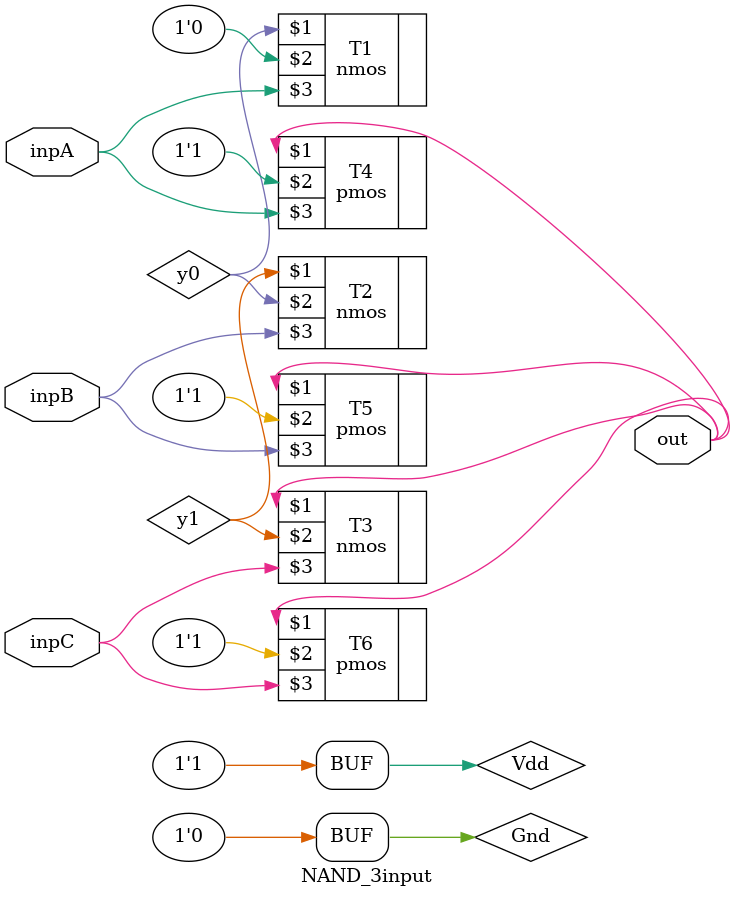
<source format=v>
`timescale 1ns/1ns
module NAND_3input( input inpA, inpB, inpC, output out);
	
	supply0 Gnd;
	supply1 Vdd;

	wire y0;
	wire y1;
	
	nmos #(3,4,5) T1( y0, Gnd, inpA);
	nmos #(3,4,5) T2( y1, y0, inpB);
	nmos #(3,4,5) T3( out, y1, inpC);
	
	pmos #(5,6,7) T4( out, Vdd, inpA);
	pmos #(5,6,7) T5( out, Vdd, inpB);
	pmos #(5,6,7) T6( out, Vdd, inpC);
endmodule
</source>
